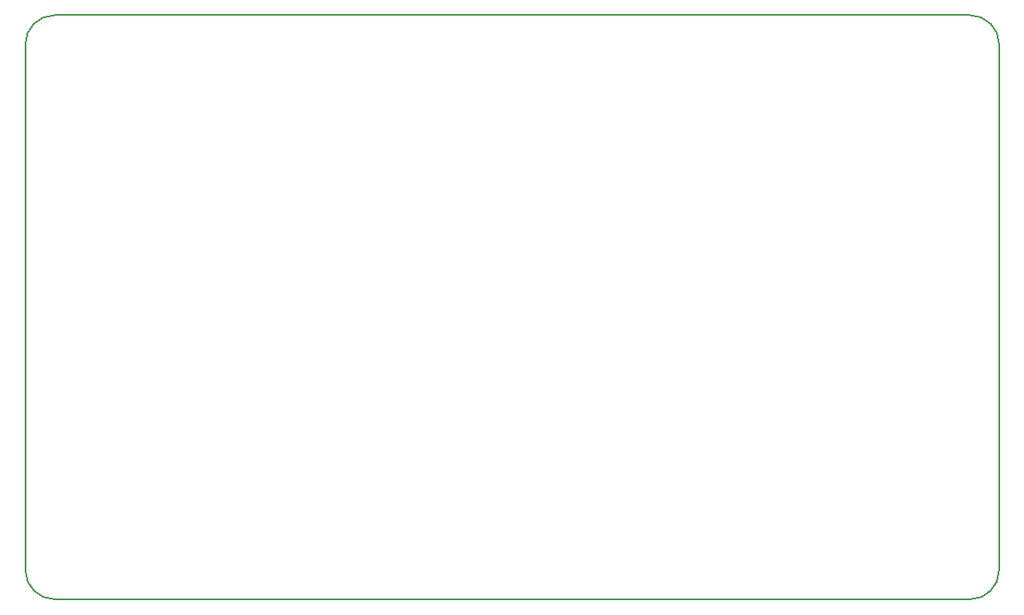
<source format=gbr>
%TF.GenerationSoftware,KiCad,Pcbnew,(6.0.5)*%
%TF.CreationDate,2022-10-19T12:43:17-05:00*%
%TF.ProjectId,powerPCB,706f7765-7250-4434-922e-6b696361645f,rev?*%
%TF.SameCoordinates,Original*%
%TF.FileFunction,Profile,NP*%
%FSLAX46Y46*%
G04 Gerber Fmt 4.6, Leading zero omitted, Abs format (unit mm)*
G04 Created by KiCad (PCBNEW (6.0.5)) date 2022-10-19 12:43:17*
%MOMM*%
%LPD*%
G01*
G04 APERTURE LIST*
%TA.AperFunction,Profile*%
%ADD10C,0.200000*%
%TD*%
G04 APERTURE END LIST*
D10*
X83400000Y-44500000D02*
G75*
G03*
X80400000Y-47500000I1J-3000001D01*
G01*
X80400000Y-101500000D02*
X80400000Y-47500000D01*
X80400000Y-101500000D02*
G75*
G03*
X83400000Y-104500000I3000001J1D01*
G01*
X177400000Y-104500000D02*
X83400000Y-104500000D01*
X177400000Y-104500000D02*
G75*
G03*
X180400000Y-101500000I0J3000000D01*
G01*
X180400000Y-47500000D02*
X180400000Y-101500000D01*
X180400000Y-47500000D02*
G75*
G03*
X177400000Y-44500000I-3000000J0D01*
G01*
X83400000Y-44500000D02*
X177400000Y-44500000D01*
M02*

</source>
